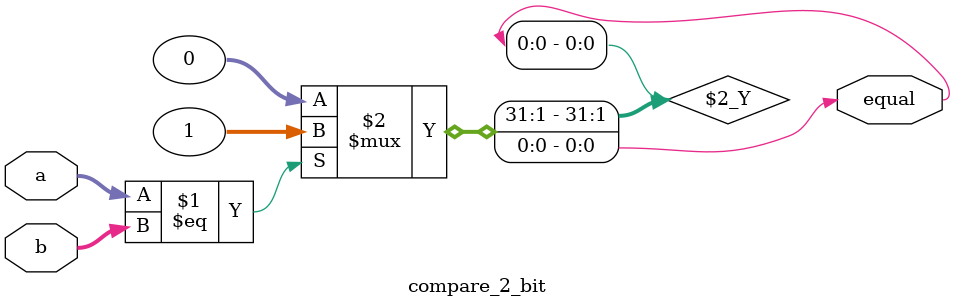
<source format=v>
module compare_2_bit (equal,a,b);
	input [1:0]a,b;
	output equal;
	
	assign equal=(a==b)? 1:0;
	//判断两个输入信号是否相等，真为1，否为0

endmodule

</source>
